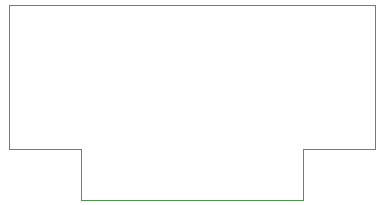
<source format=gbr>
%TF.GenerationSoftware,KiCad,Pcbnew,9.0.2*%
%TF.CreationDate,2025-07-08T13:29:16-05:00*%
%TF.ProjectId,3PDT Footswitch,33504454-2046-46f6-9f74-737769746368,rev?*%
%TF.SameCoordinates,Original*%
%TF.FileFunction,Profile,NP*%
%FSLAX46Y46*%
G04 Gerber Fmt 4.6, Leading zero omitted, Abs format (unit mm)*
G04 Created by KiCad (PCBNEW 9.0.2) date 2025-07-08 13:29:16*
%MOMM*%
%LPD*%
G01*
G04 APERTURE LIST*
%TA.AperFunction,Profile*%
%ADD10C,0.050800*%
%TD*%
G04 APERTURE END LIST*
D10*
X9906000Y21590000D02*
X9906000Y33782000D01*
X34798000Y17272000D02*
X16002000Y17272000D01*
X34798000Y21590000D02*
X40894000Y21590000D01*
X16002000Y21590000D02*
X9906000Y21590000D01*
X9906000Y33782000D02*
X40894000Y33782000D01*
X34798000Y17272000D02*
X34798000Y21590000D01*
X40894000Y21590000D02*
X40894000Y33782000D01*
X16002000Y17272000D02*
X16002000Y21590000D01*
M02*

</source>
